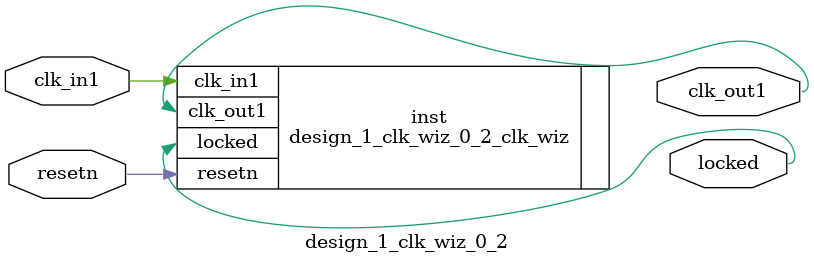
<source format=v>


`timescale 1ps/1ps

(* CORE_GENERATION_INFO = "design_1_clk_wiz_0_2,clk_wiz_v6_0_3_0_0,{component_name=design_1_clk_wiz_0_2,use_phase_alignment=false,use_min_o_jitter=false,use_max_i_jitter=false,use_dyn_phase_shift=false,use_inclk_switchover=false,use_dyn_reconfig=false,enable_axi=0,feedback_source=FDBK_AUTO,PRIMITIVE=MMCM,num_out_clk=1,clkin1_period=10.000,clkin2_period=10.000,use_power_down=false,use_reset=true,use_locked=true,use_inclk_stopped=false,feedback_type=SINGLE,CLOCK_MGR_TYPE=NA,manual_override=false}" *)

module design_1_clk_wiz_0_2 
 (
  // Clock out ports
  output        clk_out1,
  // Status and control signals
  input         resetn,
  output        locked,
 // Clock in ports
  input         clk_in1
 );

  design_1_clk_wiz_0_2_clk_wiz inst
  (
  // Clock out ports  
  .clk_out1(clk_out1),
  // Status and control signals               
  .resetn(resetn), 
  .locked(locked),
 // Clock in ports
  .clk_in1(clk_in1)
  );

endmodule

</source>
